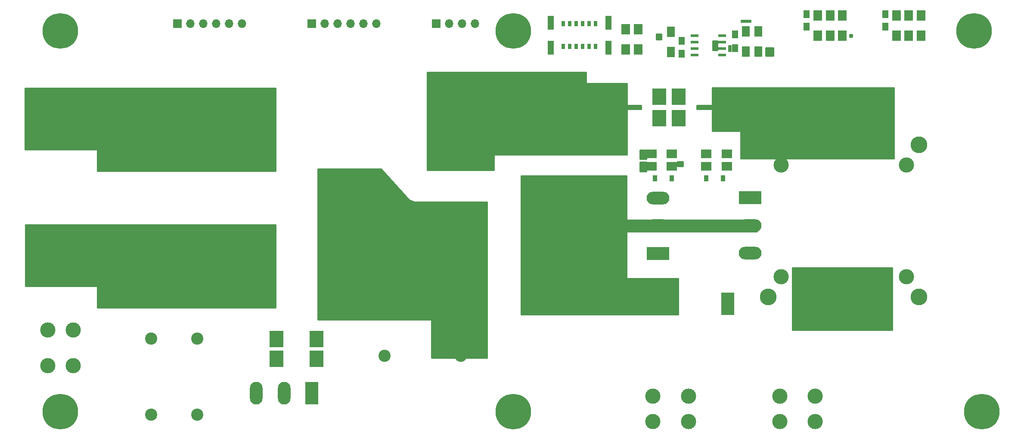
<source format=gts>
G04 #@! TF.FileFunction,Soldermask,Top*
%FSLAX46Y46*%
G04 Gerber Fmt 4.6, Leading zero omitted, Abs format (unit mm)*
G04 Created by KiCad (PCBNEW 4.0.7) date 06/29/18 00:02:58*
%MOMM*%
%LPD*%
G01*
G04 APERTURE LIST*
%ADD10C,0.100000*%
%ADD11R,2.700000X3.200000*%
%ADD12R,2.000000X1.700000*%
%ADD13R,4.500000X2.500000*%
%ADD14O,4.500000X2.500000*%
%ADD15C,6.000000*%
%ADD16C,2.450000*%
%ADD17C,3.300000*%
%ADD18C,3.000000*%
%ADD19R,1.700000X2.000000*%
%ADD20R,1.600000X2.000000*%
%ADD21R,1.250000X1.500000*%
%ADD22C,7.000000*%
%ADD23R,1.550000X0.600000*%
%ADD24R,2.500000X4.500000*%
%ADD25O,2.500000X4.500000*%
%ADD26C,10.000000*%
%ADD27R,0.900000X1.200000*%
%ADD28R,0.800000X1.100000*%
%ADD29R,1.200000X2.700000*%
%ADD30C,2.400000*%
%ADD31R,1.700000X1.700000*%
%ADD32O,1.700000X1.700000*%
%ADD33R,1.300000X1.500000*%
%ADD34C,0.254000*%
G04 APERTURE END LIST*
D10*
D11*
X152442141Y-138300000D03*
X160342141Y-138300000D03*
D12*
X241000000Y-104200000D03*
X237000000Y-104200000D03*
X237000002Y-101800000D03*
X241000002Y-101800000D03*
D13*
X245600000Y-110450000D03*
D14*
X245600000Y-115900000D03*
X245600000Y-121350000D03*
D12*
X226200000Y-104200000D03*
X230200000Y-104200000D03*
D15*
X203600000Y-123000000D03*
X203600000Y-116000000D03*
X203600000Y-109000000D03*
X163600000Y-109000000D03*
X163600000Y-116000000D03*
X163600000Y-123000000D03*
D16*
X256380000Y-101500000D03*
X260190000Y-101500000D03*
X264000000Y-101500000D03*
X267810000Y-101500000D03*
X271620000Y-101500000D03*
X271620000Y-98500000D03*
X267810000Y-98500000D03*
X264000000Y-98500000D03*
X260190000Y-98500000D03*
X256380000Y-98500000D03*
D17*
X249180000Y-100000000D03*
X278820000Y-100000000D03*
D18*
X251680000Y-104000000D03*
X276320000Y-104000000D03*
D19*
X276767012Y-74507025D03*
X276767012Y-78507025D03*
X274367011Y-74507026D03*
X274367011Y-78507026D03*
D20*
X247170000Y-81630000D03*
X247170000Y-77630000D03*
D19*
X279167012Y-78507026D03*
X279167012Y-74507026D03*
X263707900Y-78490434D03*
X263707900Y-74490434D03*
X258907901Y-74490432D03*
X258907901Y-78490432D03*
D21*
X256707901Y-74240433D03*
X256707901Y-76740433D03*
X272167011Y-74257026D03*
X272167011Y-76757026D03*
D19*
X261307902Y-74490434D03*
X261307902Y-78490434D03*
D22*
X199000000Y-77600000D03*
X110000000Y-77600000D03*
X289600000Y-77600000D03*
X199000000Y-152600000D03*
X291172000Y-152600000D03*
X110000000Y-152600000D03*
D13*
X227500000Y-121400000D03*
D14*
X227500000Y-115950000D03*
X227500000Y-110500000D03*
D11*
X227705354Y-90476204D03*
X219805354Y-90476204D03*
X227705354Y-94726204D03*
X219805354Y-94726204D03*
X239455355Y-90476204D03*
X231555355Y-90476204D03*
X239455355Y-94726204D03*
X231555355Y-94726204D03*
D12*
X230200000Y-101799999D03*
X226200000Y-101799999D03*
D21*
X232166000Y-82024000D03*
X232166000Y-79524000D03*
D20*
X230000000Y-81750000D03*
X230000000Y-77750000D03*
D23*
X234666000Y-78504000D03*
X234666000Y-79774000D03*
X234666000Y-81044000D03*
X234666000Y-82314000D03*
X240066000Y-82314000D03*
X240066000Y-81044000D03*
X240066000Y-79774000D03*
X240066000Y-78504000D03*
D11*
X152442140Y-142200000D03*
X160342140Y-142200000D03*
D24*
X159400000Y-148900000D03*
D25*
X153950000Y-148900000D03*
X148500000Y-148900000D03*
D26*
X188600000Y-99000000D03*
X188600000Y-126200000D03*
X147400000Y-126200000D03*
X147400000Y-99000000D03*
D18*
X110000000Y-118300000D03*
X110000000Y-125300000D03*
X115000000Y-118300000D03*
X105000000Y-118300000D03*
X115000000Y-125300000D03*
X105000000Y-125300000D03*
X110000000Y-91500000D03*
X110000000Y-98500000D03*
X115000000Y-91500000D03*
X105000000Y-91500000D03*
X115000000Y-98500000D03*
X105000000Y-98500000D03*
D16*
X271620000Y-128500000D03*
X267810000Y-128500000D03*
X264000000Y-128500000D03*
X260190000Y-128500000D03*
X256380000Y-128500000D03*
X256380000Y-131500000D03*
X260190000Y-131500000D03*
X264000000Y-131500000D03*
X267810000Y-131500000D03*
X271620000Y-131500000D03*
D17*
X278820000Y-130000000D03*
X249180000Y-130000000D03*
D18*
X276320000Y-126000000D03*
X251680000Y-126000000D03*
X251400000Y-149500000D03*
X251400000Y-154500000D03*
X258400000Y-149500000D03*
X258400000Y-154500000D03*
X226500000Y-149500000D03*
X226500000Y-154500000D03*
X233500000Y-149500000D03*
X233500000Y-154500000D03*
D27*
X236950000Y-106600000D03*
X240250000Y-106600000D03*
X230150000Y-106600000D03*
X226850000Y-106600000D03*
D19*
X223552595Y-81203582D03*
X223552595Y-77203582D03*
X221152594Y-81203582D03*
X221152594Y-77203582D03*
D28*
X215228100Y-76150000D03*
X213958100Y-76150000D03*
X212688100Y-76150000D03*
X211418100Y-76150000D03*
X210148100Y-76150000D03*
X208878100Y-76150000D03*
X208878100Y-80650000D03*
X210148100Y-80650000D03*
X211418100Y-80650000D03*
X212688100Y-80650000D03*
X213958100Y-80650000D03*
X215228100Y-80650000D03*
D29*
X206368100Y-80850000D03*
X206368100Y-75950000D03*
X217731900Y-75950000D03*
X217731900Y-80850000D03*
D30*
X188700000Y-141600000D03*
X173700000Y-141600000D03*
D31*
X159420000Y-76100000D03*
D32*
X161960000Y-76100000D03*
X164500000Y-76100000D03*
X167040000Y-76100000D03*
X169580000Y-76100000D03*
X172120000Y-76100000D03*
D31*
X183860000Y-76100000D03*
D32*
X186400000Y-76100000D03*
X188940000Y-76100000D03*
X191480000Y-76100000D03*
D31*
X133000000Y-76100000D03*
D32*
X135540000Y-76100000D03*
X138080000Y-76100000D03*
X140620000Y-76100000D03*
X143160000Y-76100000D03*
X145700000Y-76100000D03*
D20*
X244790000Y-77630000D03*
X244790000Y-81630000D03*
D33*
X242640000Y-78270000D03*
X242640000Y-80970000D03*
D18*
X112500000Y-136500000D03*
X107500000Y-136500000D03*
X112500000Y-143500000D03*
X107500000Y-143500000D03*
D30*
X127800000Y-153200000D03*
X127800000Y-138200000D03*
X136900000Y-138200000D03*
X136900000Y-153200000D03*
D24*
X241200000Y-131300000D03*
D25*
X230300000Y-131300000D03*
D34*
G36*
X245673000Y-75773000D02*
X243827000Y-75773000D01*
X243827000Y-75427000D01*
X245673000Y-75427000D01*
X245673000Y-75773000D01*
X245673000Y-75773000D01*
G37*
X245673000Y-75773000D02*
X243827000Y-75773000D01*
X243827000Y-75427000D01*
X245673000Y-75427000D01*
X245673000Y-75773000D01*
G36*
X241773000Y-81523000D02*
X241377000Y-81523000D01*
X241377000Y-80477000D01*
X241773000Y-80477000D01*
X241773000Y-81523000D01*
X241773000Y-81523000D01*
G37*
X241773000Y-81523000D02*
X241377000Y-81523000D01*
X241377000Y-80477000D01*
X241773000Y-80477000D01*
X241773000Y-81523000D01*
G36*
X228173000Y-79273000D02*
X227127000Y-79273000D01*
X227127000Y-78127000D01*
X228173000Y-78127000D01*
X228173000Y-79273000D01*
X228173000Y-79273000D01*
G37*
X228173000Y-79273000D02*
X227127000Y-79273000D01*
X227127000Y-78127000D01*
X228173000Y-78127000D01*
X228173000Y-79273000D01*
G36*
X239173000Y-81373000D02*
X238227000Y-81373000D01*
X238227000Y-79527000D01*
X239173000Y-79527000D01*
X239173000Y-81373000D01*
X239173000Y-81373000D01*
G37*
X239173000Y-81373000D02*
X238227000Y-81373000D01*
X238227000Y-79527000D01*
X239173000Y-79527000D01*
X239173000Y-81373000D01*
G36*
X250173000Y-82473000D02*
X248627000Y-82473000D01*
X248627000Y-80827000D01*
X250173000Y-80827000D01*
X250173000Y-82473000D01*
X250173000Y-82473000D01*
G37*
X250173000Y-82473000D02*
X248627000Y-82473000D01*
X248627000Y-80827000D01*
X250173000Y-80827000D01*
X250173000Y-82473000D01*
G36*
X265673000Y-78773000D02*
X265127000Y-78773000D01*
X265127000Y-78227000D01*
X265673000Y-78227000D01*
X265673000Y-78773000D01*
X265673000Y-78773000D01*
G37*
X265673000Y-78773000D02*
X265127000Y-78773000D01*
X265127000Y-78227000D01*
X265673000Y-78227000D01*
X265673000Y-78773000D01*
G36*
X225173000Y-102773000D02*
X223927000Y-102773000D01*
X223927000Y-101027000D01*
X225173000Y-101027000D01*
X225173000Y-102773000D01*
X225173000Y-102773000D01*
G37*
X225173000Y-102773000D02*
X223927000Y-102773000D01*
X223927000Y-101027000D01*
X225173000Y-101027000D01*
X225173000Y-102773000D01*
G36*
X225173000Y-105273000D02*
X223927000Y-105273000D01*
X223927000Y-103427000D01*
X225173000Y-103427000D01*
X225173000Y-105273000D01*
X225173000Y-105273000D01*
G37*
X225173000Y-105273000D02*
X223927000Y-105273000D01*
X223927000Y-103427000D01*
X225173000Y-103427000D01*
X225173000Y-105273000D01*
G36*
X232373000Y-104273000D02*
X231327000Y-104273000D01*
X231327000Y-103327000D01*
X232373000Y-103327000D01*
X232373000Y-104273000D01*
X232373000Y-104273000D01*
G37*
X232373000Y-104273000D02*
X231327000Y-104273000D01*
X231327000Y-103327000D01*
X232373000Y-103327000D01*
X232373000Y-104273000D01*
G36*
X221273000Y-114700000D02*
X221283006Y-114749410D01*
X221311447Y-114791035D01*
X221353841Y-114818315D01*
X221400000Y-114827000D01*
X246973000Y-114827000D01*
X246973000Y-117073000D01*
X221400000Y-117073000D01*
X221350590Y-117083006D01*
X221308965Y-117111447D01*
X221281685Y-117153841D01*
X221273000Y-117200000D01*
X221273000Y-126200000D01*
X221283006Y-126249410D01*
X221311447Y-126291035D01*
X221353841Y-126318315D01*
X221400000Y-126327000D01*
X231473000Y-126327000D01*
X231473000Y-133473000D01*
X200527000Y-133473000D01*
X200527000Y-106127000D01*
X221273000Y-106127000D01*
X221273000Y-114700000D01*
X221273000Y-114700000D01*
G37*
X221273000Y-114700000D02*
X221283006Y-114749410D01*
X221311447Y-114791035D01*
X221353841Y-114818315D01*
X221400000Y-114827000D01*
X246973000Y-114827000D01*
X246973000Y-117073000D01*
X221400000Y-117073000D01*
X221350590Y-117083006D01*
X221308965Y-117111447D01*
X221281685Y-117153841D01*
X221273000Y-117200000D01*
X221273000Y-126200000D01*
X221283006Y-126249410D01*
X221311447Y-126291035D01*
X221353841Y-126318315D01*
X221400000Y-126327000D01*
X231473000Y-126327000D01*
X231473000Y-133473000D01*
X200527000Y-133473000D01*
X200527000Y-106127000D01*
X221273000Y-106127000D01*
X221273000Y-114700000D01*
G36*
X213373000Y-87800000D02*
X213383006Y-87849410D01*
X213411447Y-87891035D01*
X213453841Y-87918315D01*
X213500000Y-87927000D01*
X221373000Y-87927000D01*
X221373000Y-92100000D01*
X221383006Y-92149410D01*
X221411447Y-92191035D01*
X221453841Y-92218315D01*
X221500000Y-92227000D01*
X224173000Y-92227000D01*
X224173000Y-92973000D01*
X221500000Y-92973000D01*
X221450590Y-92983006D01*
X221408965Y-93011447D01*
X221381685Y-93053841D01*
X221373000Y-93100000D01*
X221373000Y-101973000D01*
X195350000Y-101973000D01*
X195300590Y-101983006D01*
X195258965Y-102011447D01*
X195231685Y-102053841D01*
X195223000Y-102100000D01*
X195223000Y-104973000D01*
X182127000Y-104973000D01*
X182127000Y-85727000D01*
X213373000Y-85727000D01*
X213373000Y-87800000D01*
X213373000Y-87800000D01*
G37*
X213373000Y-87800000D02*
X213383006Y-87849410D01*
X213411447Y-87891035D01*
X213453841Y-87918315D01*
X213500000Y-87927000D01*
X221373000Y-87927000D01*
X221373000Y-92100000D01*
X221383006Y-92149410D01*
X221411447Y-92191035D01*
X221453841Y-92218315D01*
X221500000Y-92227000D01*
X224173000Y-92227000D01*
X224173000Y-92973000D01*
X221500000Y-92973000D01*
X221450590Y-92983006D01*
X221408965Y-93011447D01*
X221381685Y-93053841D01*
X221373000Y-93100000D01*
X221373000Y-101973000D01*
X195350000Y-101973000D01*
X195300590Y-101983006D01*
X195258965Y-102011447D01*
X195231685Y-102053841D01*
X195223000Y-102100000D01*
X195223000Y-104973000D01*
X182127000Y-104973000D01*
X182127000Y-85727000D01*
X213373000Y-85727000D01*
X213373000Y-87800000D01*
G36*
X273873000Y-102673000D02*
X243727000Y-102673000D01*
X243727000Y-97450000D01*
X243716994Y-97400590D01*
X243688553Y-97358965D01*
X243646159Y-97331685D01*
X243600000Y-97323000D01*
X238127000Y-97323000D01*
X238127000Y-93100000D01*
X238116994Y-93050590D01*
X238088553Y-93008965D01*
X238046159Y-92981685D01*
X238000000Y-92973000D01*
X235127000Y-92973000D01*
X235127000Y-92227000D01*
X238000000Y-92227000D01*
X238049410Y-92216994D01*
X238091035Y-92188553D01*
X238118315Y-92146159D01*
X238127000Y-92100000D01*
X238127000Y-88727000D01*
X273873000Y-88727000D01*
X273873000Y-102673000D01*
X273873000Y-102673000D01*
G37*
X273873000Y-102673000D02*
X243727000Y-102673000D01*
X243727000Y-97450000D01*
X243716994Y-97400590D01*
X243688553Y-97358965D01*
X243646159Y-97331685D01*
X243600000Y-97323000D01*
X238127000Y-97323000D01*
X238127000Y-93100000D01*
X238116994Y-93050590D01*
X238088553Y-93008965D01*
X238046159Y-92981685D01*
X238000000Y-92973000D01*
X235127000Y-92973000D01*
X235127000Y-92227000D01*
X238000000Y-92227000D01*
X238049410Y-92216994D01*
X238091035Y-92188553D01*
X238118315Y-92146159D01*
X238127000Y-92100000D01*
X238127000Y-88727000D01*
X273873000Y-88727000D01*
X273873000Y-102673000D01*
G36*
X152273000Y-105162362D02*
X117227000Y-105162362D01*
X117227000Y-101089362D01*
X117216994Y-101039952D01*
X117188553Y-100998327D01*
X117146159Y-100971047D01*
X117100000Y-100962362D01*
X103027000Y-100962362D01*
X103027000Y-88816362D01*
X152273000Y-88816362D01*
X152273000Y-105162362D01*
X152273000Y-105162362D01*
G37*
X152273000Y-105162362D02*
X117227000Y-105162362D01*
X117227000Y-101089362D01*
X117216994Y-101039952D01*
X117188553Y-100998327D01*
X117146159Y-100971047D01*
X117100000Y-100962362D01*
X103027000Y-100962362D01*
X103027000Y-88816362D01*
X152273000Y-88816362D01*
X152273000Y-105162362D01*
G36*
X152323000Y-132073000D02*
X117277000Y-132073000D01*
X117277000Y-128000000D01*
X117266994Y-127950590D01*
X117238553Y-127908965D01*
X117196159Y-127881685D01*
X117150000Y-127873000D01*
X103077000Y-127873000D01*
X103077000Y-115727000D01*
X152323000Y-115727000D01*
X152323000Y-132073000D01*
X152323000Y-132073000D01*
G37*
X152323000Y-132073000D02*
X117277000Y-132073000D01*
X117277000Y-128000000D01*
X117266994Y-127950590D01*
X117238553Y-127908965D01*
X117196159Y-127881685D01*
X117150000Y-127873000D01*
X103077000Y-127873000D01*
X103077000Y-115727000D01*
X152323000Y-115727000D01*
X152323000Y-132073000D01*
G36*
X178656507Y-110885954D02*
X178699972Y-110916731D01*
X179399972Y-111216731D01*
X179450000Y-111227000D01*
X193873000Y-111227000D01*
X193873000Y-141973000D01*
X182927000Y-141973000D01*
X182927000Y-134600000D01*
X182916994Y-134550590D01*
X182888553Y-134508965D01*
X182846159Y-134481685D01*
X182800285Y-134473000D01*
X160627000Y-134423284D01*
X160627000Y-104727000D01*
X172994243Y-104727000D01*
X178656507Y-110885954D01*
X178656507Y-110885954D01*
G37*
X178656507Y-110885954D02*
X178699972Y-110916731D01*
X179399972Y-111216731D01*
X179450000Y-111227000D01*
X193873000Y-111227000D01*
X193873000Y-141973000D01*
X182927000Y-141973000D01*
X182927000Y-134600000D01*
X182916994Y-134550590D01*
X182888553Y-134508965D01*
X182846159Y-134481685D01*
X182800285Y-134473000D01*
X160627000Y-134423284D01*
X160627000Y-104727000D01*
X172994243Y-104727000D01*
X178656507Y-110885954D01*
G36*
X273523000Y-136523000D02*
X253927000Y-136523000D01*
X253927000Y-124177000D01*
X273523000Y-124177000D01*
X273523000Y-136523000D01*
X273523000Y-136523000D01*
G37*
X273523000Y-136523000D02*
X253927000Y-136523000D01*
X253927000Y-124177000D01*
X273523000Y-124177000D01*
X273523000Y-136523000D01*
M02*

</source>
